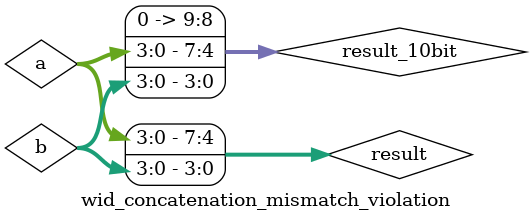
<source format=sv>
module wid_concatenation_mismatch_violation;
  logic [3:0] a;
  logic [3:0] b;
  logic [7:0] result;
  
  // WID_003: Concatenation creates 8 bits, but result expects different width
  logic [9:0] result_10bit;
  assign result_10bit = {a, b};  // {4, 4} = 8 bits, but assigned to 10-bit
  
  // OK: Widths match
  assign result = {a, b};  // 8 bits = 8 bits
endmodule


</source>
